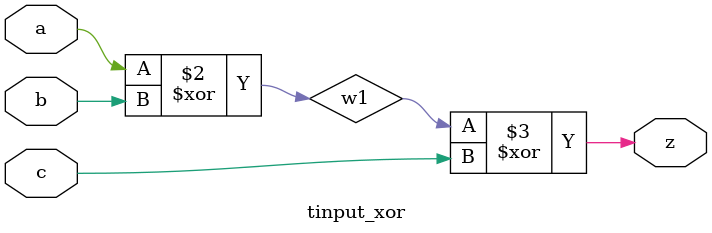
<source format=v>
module tinput_xor (a,b,c,z);
input a,b,c;
output reg z;
reg w1;

always@(*) begin

   w1=a^b;
   z=w1^c;

end
endmodule



</source>
